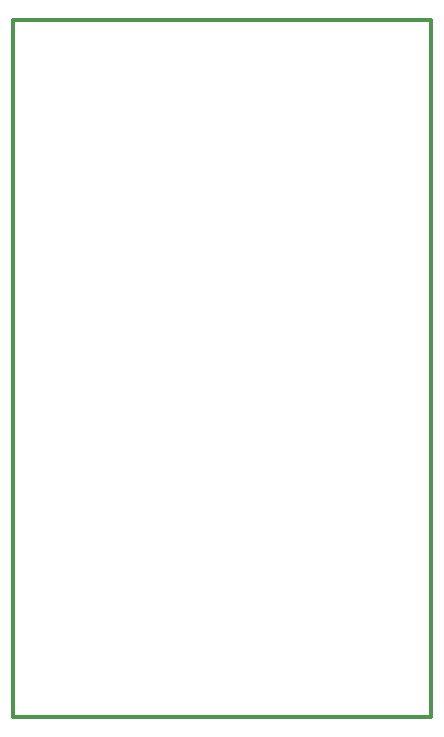
<source format=gko>
%FSLAX25Y25*%
%MOIN*%
G70*
G01*
G75*
G04 Layer_Color=16711935*
%ADD10R,0.05000X0.06000*%
%ADD11R,0.06000X0.05000*%
%ADD12R,0.04331X0.08465*%
%ADD13R,0.04331X0.08465*%
%ADD14R,0.13780X0.08465*%
%ADD15R,0.08661X0.17716*%
%ADD16R,0.07087X0.06299*%
%ADD17R,0.01575X0.09449*%
%ADD18R,0.03937X0.05906*%
%ADD19R,0.12598X0.11024*%
%ADD20R,0.02756X0.05315*%
%ADD21R,0.02756X0.07087*%
G04:AMPARAMS|DCode=22|XSize=74.8mil|YSize=129.92mil|CornerRadius=0mil|HoleSize=0mil|Usage=FLASHONLY|Rotation=0.000|XOffset=0mil|YOffset=0mil|HoleType=Round|Shape=Octagon|*
%AMOCTAGOND22*
4,1,8,-0.01870,0.06496,0.01870,0.06496,0.03740,0.04626,0.03740,-0.04626,0.01870,-0.06496,-0.01870,-0.06496,-0.03740,-0.04626,-0.03740,0.04626,-0.01870,0.06496,0.0*
%
%ADD22OCTAGOND22*%

%ADD23R,0.11024X0.12598*%
%ADD24R,0.11811X0.11811*%
%ADD25R,0.11811X0.07087*%
%ADD26O,0.01772X0.06496*%
%ADD27O,0.06496X0.01772*%
%ADD28C,0.01969*%
%ADD29C,0.01181*%
%ADD30C,0.01772*%
%ADD31C,0.06000*%
%ADD32R,0.06000X0.06000*%
%ADD33R,0.06000X0.06000*%
%ADD34R,0.05906X0.05906*%
%ADD35C,0.05000*%
%ADD36R,0.05000X0.05000*%
%ADD37C,0.04724*%
%ADD38C,0.03543*%
%ADD39C,0.00984*%
%ADD40C,0.01000*%
%ADD41C,0.02362*%
%ADD42C,0.01200*%
%ADD43C,0.01378*%
%ADD44C,0.00787*%
%ADD45C,0.00394*%
%ADD46C,0.00606*%
%ADD47C,0.00591*%
%ADD48R,0.05800X0.06800*%
%ADD49R,0.06800X0.05800*%
%ADD50R,0.05131X0.09265*%
%ADD51R,0.05131X0.09265*%
%ADD52R,0.14579X0.09265*%
%ADD53R,0.09461X0.18517*%
%ADD54R,0.07887X0.07099*%
%ADD55R,0.02375X0.10249*%
%ADD56R,0.04737X0.06706*%
%ADD57R,0.13398X0.11824*%
%ADD58R,0.03556X0.06115*%
%ADD59R,0.03556X0.07887*%
G04:AMPARAMS|DCode=60|XSize=82.8mil|YSize=137.92mil|CornerRadius=0mil|HoleSize=0mil|Usage=FLASHONLY|Rotation=0.000|XOffset=0mil|YOffset=0mil|HoleType=Round|Shape=Octagon|*
%AMOCTAGOND60*
4,1,8,-0.02070,0.06896,0.02070,0.06896,0.04140,0.04826,0.04140,-0.04826,0.02070,-0.06896,-0.02070,-0.06896,-0.04140,-0.04826,-0.04140,0.04826,-0.02070,0.06896,0.0*
%
%ADD60OCTAGOND60*%

%ADD61R,0.11824X0.13398*%
%ADD62R,0.12611X0.12611*%
%ADD63R,0.12611X0.07887*%
%ADD64O,0.02572X0.07296*%
%ADD65O,0.07296X0.02572*%
%ADD66C,0.06800*%
%ADD67R,0.06800X0.06800*%
%ADD68R,0.06800X0.06800*%
%ADD69R,0.06706X0.06706*%
%ADD70C,0.05800*%
%ADD71R,0.05800X0.05800*%
%ADD72C,0.05524*%
%ADD73C,0.04343*%
D43*
X1500Y0D02*
Y232500D01*
Y0D02*
X141000D01*
Y232500D01*
X1500D02*
X141000D01*
M02*

</source>
